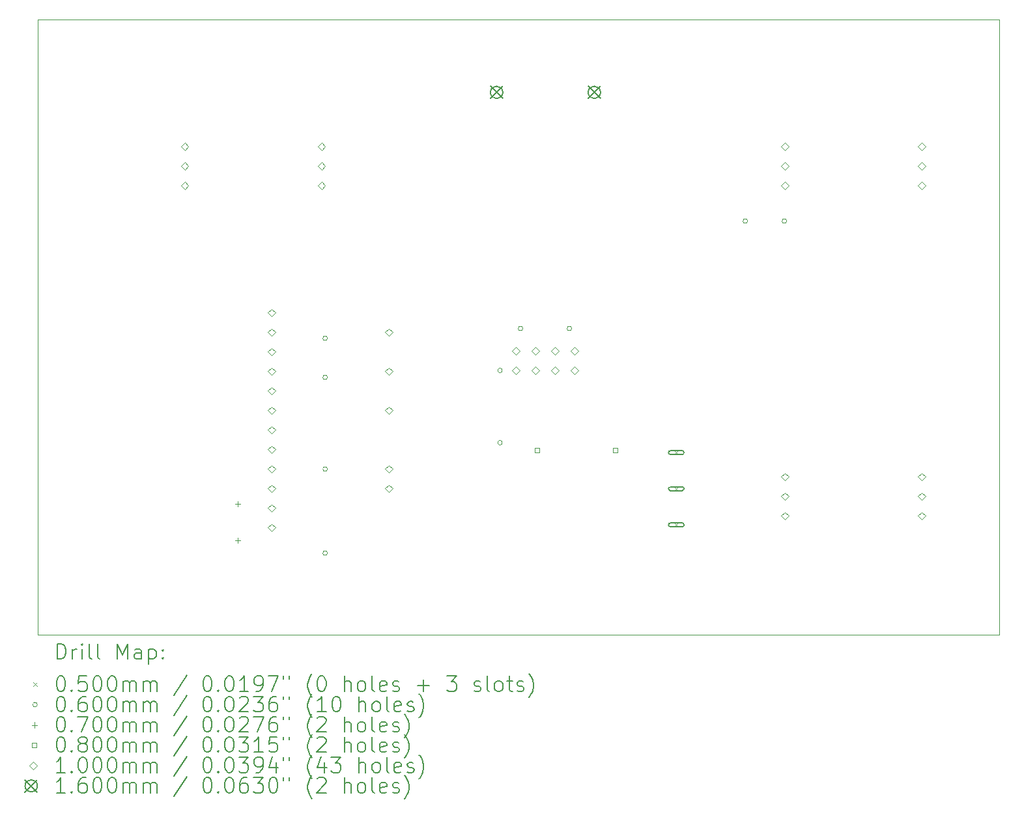
<source format=gbr>
%TF.GenerationSoftware,KiCad,Pcbnew,6.0.11+dfsg-1*%
%TF.CreationDate,2024-04-17T23:54:50+03:00*%
%TF.ProjectId,remote,72656d6f-7465-42e6-9b69-6361645f7063,rev?*%
%TF.SameCoordinates,Original*%
%TF.FileFunction,Drillmap*%
%TF.FilePolarity,Positive*%
%FSLAX45Y45*%
G04 Gerber Fmt 4.5, Leading zero omitted, Abs format (unit mm)*
G04 Created by KiCad (PCBNEW 6.0.11+dfsg-1) date 2024-04-17 23:54:50*
%MOMM*%
%LPD*%
G01*
G04 APERTURE LIST*
%ADD10C,0.100000*%
%ADD11C,0.200000*%
%ADD12C,0.050000*%
%ADD13C,0.060000*%
%ADD14C,0.070000*%
%ADD15C,0.080000*%
%ADD16C,0.160000*%
G04 APERTURE END LIST*
D10*
X4900000Y-9700000D02*
X17400000Y-9700000D01*
X17400000Y-9700000D02*
X17400000Y-17700000D01*
X17400000Y-17700000D02*
X4900000Y-17700000D01*
X4900000Y-17700000D02*
X4900000Y-9700000D01*
D11*
D12*
X13175000Y-15305000D02*
X13225000Y-15355000D01*
X13225000Y-15305000D02*
X13175000Y-15355000D01*
D11*
X13275000Y-15305000D02*
X13125000Y-15305000D01*
X13275000Y-15355000D02*
X13125000Y-15355000D01*
X13125000Y-15305000D02*
G75*
G03*
X13125000Y-15355000I0J-25000D01*
G01*
X13275000Y-15355000D02*
G75*
G03*
X13275000Y-15305000I0J25000D01*
G01*
D12*
X13175000Y-15775000D02*
X13225000Y-15825000D01*
X13225000Y-15775000D02*
X13175000Y-15825000D01*
D11*
X13275000Y-15775000D02*
X13125000Y-15775000D01*
X13275000Y-15825000D02*
X13125000Y-15825000D01*
X13125000Y-15775000D02*
G75*
G03*
X13125000Y-15825000I0J-25000D01*
G01*
X13275000Y-15825000D02*
G75*
G03*
X13275000Y-15775000I0J25000D01*
G01*
D12*
X13175000Y-16245000D02*
X13225000Y-16295000D01*
X13225000Y-16245000D02*
X13175000Y-16295000D01*
D11*
X13275000Y-16245000D02*
X13125000Y-16245000D01*
X13275000Y-16295000D02*
X13125000Y-16295000D01*
X13125000Y-16245000D02*
G75*
G03*
X13125000Y-16295000I0J-25000D01*
G01*
X13275000Y-16295000D02*
G75*
G03*
X13275000Y-16245000I0J25000D01*
G01*
D13*
X8666000Y-13843000D02*
G75*
G03*
X8666000Y-13843000I-30000J0D01*
G01*
X8666000Y-14351000D02*
G75*
G03*
X8666000Y-14351000I-30000J0D01*
G01*
X8666000Y-15544500D02*
G75*
G03*
X8666000Y-15544500I-30000J0D01*
G01*
X8666000Y-16637000D02*
G75*
G03*
X8666000Y-16637000I-30000J0D01*
G01*
X10939300Y-14262100D02*
G75*
G03*
X10939300Y-14262100I-30000J0D01*
G01*
X10939300Y-15201900D02*
G75*
G03*
X10939300Y-15201900I-30000J0D01*
G01*
X11206000Y-13716000D02*
G75*
G03*
X11206000Y-13716000I-30000J0D01*
G01*
X11841000Y-13716000D02*
G75*
G03*
X11841000Y-13716000I-30000J0D01*
G01*
X14127000Y-12319000D02*
G75*
G03*
X14127000Y-12319000I-30000J0D01*
G01*
X14635000Y-12319000D02*
G75*
G03*
X14635000Y-12319000I-30000J0D01*
G01*
D14*
X7500000Y-15965000D02*
X7500000Y-16035000D01*
X7465000Y-16000000D02*
X7535000Y-16000000D01*
X7500000Y-16438000D02*
X7500000Y-16508000D01*
X7465000Y-16473000D02*
X7535000Y-16473000D01*
D15*
X11420284Y-15328284D02*
X11420284Y-15271715D01*
X11363715Y-15271715D01*
X11363715Y-15328284D01*
X11420284Y-15328284D01*
X12436284Y-15328284D02*
X12436284Y-15271715D01*
X12379715Y-15271715D01*
X12379715Y-15328284D01*
X12436284Y-15328284D01*
D10*
X6811000Y-11396000D02*
X6861000Y-11346000D01*
X6811000Y-11296000D01*
X6761000Y-11346000D01*
X6811000Y-11396000D01*
X6811000Y-11650000D02*
X6861000Y-11600000D01*
X6811000Y-11550000D01*
X6761000Y-11600000D01*
X6811000Y-11650000D01*
X6811000Y-11904000D02*
X6861000Y-11854000D01*
X6811000Y-11804000D01*
X6761000Y-11854000D01*
X6811000Y-11904000D01*
X7938000Y-13562500D02*
X7988000Y-13512500D01*
X7938000Y-13462500D01*
X7888000Y-13512500D01*
X7938000Y-13562500D01*
X7938000Y-13816500D02*
X7988000Y-13766500D01*
X7938000Y-13716500D01*
X7888000Y-13766500D01*
X7938000Y-13816500D01*
X7938000Y-14070500D02*
X7988000Y-14020500D01*
X7938000Y-13970500D01*
X7888000Y-14020500D01*
X7938000Y-14070500D01*
X7938000Y-14324500D02*
X7988000Y-14274500D01*
X7938000Y-14224500D01*
X7888000Y-14274500D01*
X7938000Y-14324500D01*
X7938000Y-14578500D02*
X7988000Y-14528500D01*
X7938000Y-14478500D01*
X7888000Y-14528500D01*
X7938000Y-14578500D01*
X7938000Y-14832500D02*
X7988000Y-14782500D01*
X7938000Y-14732500D01*
X7888000Y-14782500D01*
X7938000Y-14832500D01*
X7938000Y-15086500D02*
X7988000Y-15036500D01*
X7938000Y-14986500D01*
X7888000Y-15036500D01*
X7938000Y-15086500D01*
X7938000Y-15340500D02*
X7988000Y-15290500D01*
X7938000Y-15240500D01*
X7888000Y-15290500D01*
X7938000Y-15340500D01*
X7938000Y-15594500D02*
X7988000Y-15544500D01*
X7938000Y-15494500D01*
X7888000Y-15544500D01*
X7938000Y-15594500D01*
X7938000Y-15848500D02*
X7988000Y-15798500D01*
X7938000Y-15748500D01*
X7888000Y-15798500D01*
X7938000Y-15848500D01*
X7938000Y-16102500D02*
X7988000Y-16052500D01*
X7938000Y-16002500D01*
X7888000Y-16052500D01*
X7938000Y-16102500D01*
X7938000Y-16356500D02*
X7988000Y-16306500D01*
X7938000Y-16256500D01*
X7888000Y-16306500D01*
X7938000Y-16356500D01*
X8589000Y-11396000D02*
X8639000Y-11346000D01*
X8589000Y-11296000D01*
X8539000Y-11346000D01*
X8589000Y-11396000D01*
X8589000Y-11650000D02*
X8639000Y-11600000D01*
X8589000Y-11550000D01*
X8539000Y-11600000D01*
X8589000Y-11650000D01*
X8589000Y-11904000D02*
X8639000Y-11854000D01*
X8589000Y-11804000D01*
X8539000Y-11854000D01*
X8589000Y-11904000D01*
X9462000Y-13816500D02*
X9512000Y-13766500D01*
X9462000Y-13716500D01*
X9412000Y-13766500D01*
X9462000Y-13816500D01*
X9462000Y-14324500D02*
X9512000Y-14274500D01*
X9462000Y-14224500D01*
X9412000Y-14274500D01*
X9462000Y-14324500D01*
X9462000Y-14832500D02*
X9512000Y-14782500D01*
X9462000Y-14732500D01*
X9412000Y-14782500D01*
X9462000Y-14832500D01*
X9462000Y-15594500D02*
X9512000Y-15544500D01*
X9462000Y-15494500D01*
X9412000Y-15544500D01*
X9462000Y-15594500D01*
X9462000Y-15848500D02*
X9512000Y-15798500D01*
X9462000Y-15748500D01*
X9412000Y-15798500D01*
X9462000Y-15848500D01*
X11119000Y-14058750D02*
X11169000Y-14008750D01*
X11119000Y-13958750D01*
X11069000Y-14008750D01*
X11119000Y-14058750D01*
X11119000Y-14312750D02*
X11169000Y-14262750D01*
X11119000Y-14212750D01*
X11069000Y-14262750D01*
X11119000Y-14312750D01*
X11373000Y-14058750D02*
X11423000Y-14008750D01*
X11373000Y-13958750D01*
X11323000Y-14008750D01*
X11373000Y-14058750D01*
X11373000Y-14312750D02*
X11423000Y-14262750D01*
X11373000Y-14212750D01*
X11323000Y-14262750D01*
X11373000Y-14312750D01*
X11627000Y-14058750D02*
X11677000Y-14008750D01*
X11627000Y-13958750D01*
X11577000Y-14008750D01*
X11627000Y-14058750D01*
X11627000Y-14312750D02*
X11677000Y-14262750D01*
X11627000Y-14212750D01*
X11577000Y-14262750D01*
X11627000Y-14312750D01*
X11881000Y-14058750D02*
X11931000Y-14008750D01*
X11881000Y-13958750D01*
X11831000Y-14008750D01*
X11881000Y-14058750D01*
X11881000Y-14312750D02*
X11931000Y-14262750D01*
X11881000Y-14212750D01*
X11831000Y-14262750D01*
X11881000Y-14312750D01*
X14611000Y-11396000D02*
X14661000Y-11346000D01*
X14611000Y-11296000D01*
X14561000Y-11346000D01*
X14611000Y-11396000D01*
X14611000Y-11650000D02*
X14661000Y-11600000D01*
X14611000Y-11550000D01*
X14561000Y-11600000D01*
X14611000Y-11650000D01*
X14611000Y-11904000D02*
X14661000Y-11854000D01*
X14611000Y-11804000D01*
X14561000Y-11854000D01*
X14611000Y-11904000D01*
X14611000Y-15696000D02*
X14661000Y-15646000D01*
X14611000Y-15596000D01*
X14561000Y-15646000D01*
X14611000Y-15696000D01*
X14611000Y-15950000D02*
X14661000Y-15900000D01*
X14611000Y-15850000D01*
X14561000Y-15900000D01*
X14611000Y-15950000D01*
X14611000Y-16204000D02*
X14661000Y-16154000D01*
X14611000Y-16104000D01*
X14561000Y-16154000D01*
X14611000Y-16204000D01*
X16389000Y-11396000D02*
X16439000Y-11346000D01*
X16389000Y-11296000D01*
X16339000Y-11346000D01*
X16389000Y-11396000D01*
X16389000Y-11650000D02*
X16439000Y-11600000D01*
X16389000Y-11550000D01*
X16339000Y-11600000D01*
X16389000Y-11650000D01*
X16389000Y-11904000D02*
X16439000Y-11854000D01*
X16389000Y-11804000D01*
X16339000Y-11854000D01*
X16389000Y-11904000D01*
X16389000Y-15696000D02*
X16439000Y-15646000D01*
X16389000Y-15596000D01*
X16339000Y-15646000D01*
X16389000Y-15696000D01*
X16389000Y-15950000D02*
X16439000Y-15900000D01*
X16389000Y-15850000D01*
X16339000Y-15900000D01*
X16389000Y-15950000D01*
X16389000Y-16204000D02*
X16439000Y-16154000D01*
X16389000Y-16104000D01*
X16339000Y-16154000D01*
X16389000Y-16204000D01*
D16*
X10785000Y-10565250D02*
X10945000Y-10725250D01*
X10945000Y-10565250D02*
X10785000Y-10725250D01*
X10945000Y-10645250D02*
G75*
G03*
X10945000Y-10645250I-80000J0D01*
G01*
X12055000Y-10565250D02*
X12215000Y-10725250D01*
X12215000Y-10565250D02*
X12055000Y-10725250D01*
X12215000Y-10645250D02*
G75*
G03*
X12215000Y-10645250I-80000J0D01*
G01*
D11*
X5152619Y-18015476D02*
X5152619Y-17815476D01*
X5200238Y-17815476D01*
X5228810Y-17825000D01*
X5247857Y-17844048D01*
X5257381Y-17863095D01*
X5266905Y-17901190D01*
X5266905Y-17929762D01*
X5257381Y-17967857D01*
X5247857Y-17986905D01*
X5228810Y-18005952D01*
X5200238Y-18015476D01*
X5152619Y-18015476D01*
X5352619Y-18015476D02*
X5352619Y-17882143D01*
X5352619Y-17920238D02*
X5362143Y-17901190D01*
X5371667Y-17891667D01*
X5390714Y-17882143D01*
X5409762Y-17882143D01*
X5476429Y-18015476D02*
X5476429Y-17882143D01*
X5476429Y-17815476D02*
X5466905Y-17825000D01*
X5476429Y-17834524D01*
X5485952Y-17825000D01*
X5476429Y-17815476D01*
X5476429Y-17834524D01*
X5600238Y-18015476D02*
X5581190Y-18005952D01*
X5571667Y-17986905D01*
X5571667Y-17815476D01*
X5705000Y-18015476D02*
X5685952Y-18005952D01*
X5676428Y-17986905D01*
X5676428Y-17815476D01*
X5933571Y-18015476D02*
X5933571Y-17815476D01*
X6000238Y-17958333D01*
X6066905Y-17815476D01*
X6066905Y-18015476D01*
X6247857Y-18015476D02*
X6247857Y-17910714D01*
X6238333Y-17891667D01*
X6219286Y-17882143D01*
X6181190Y-17882143D01*
X6162143Y-17891667D01*
X6247857Y-18005952D02*
X6228809Y-18015476D01*
X6181190Y-18015476D01*
X6162143Y-18005952D01*
X6152619Y-17986905D01*
X6152619Y-17967857D01*
X6162143Y-17948810D01*
X6181190Y-17939286D01*
X6228809Y-17939286D01*
X6247857Y-17929762D01*
X6343095Y-17882143D02*
X6343095Y-18082143D01*
X6343095Y-17891667D02*
X6362143Y-17882143D01*
X6400238Y-17882143D01*
X6419286Y-17891667D01*
X6428809Y-17901190D01*
X6438333Y-17920238D01*
X6438333Y-17977381D01*
X6428809Y-17996429D01*
X6419286Y-18005952D01*
X6400238Y-18015476D01*
X6362143Y-18015476D01*
X6343095Y-18005952D01*
X6524048Y-17996429D02*
X6533571Y-18005952D01*
X6524048Y-18015476D01*
X6514524Y-18005952D01*
X6524048Y-17996429D01*
X6524048Y-18015476D01*
X6524048Y-17891667D02*
X6533571Y-17901190D01*
X6524048Y-17910714D01*
X6514524Y-17901190D01*
X6524048Y-17891667D01*
X6524048Y-17910714D01*
D12*
X4845000Y-18320000D02*
X4895000Y-18370000D01*
X4895000Y-18320000D02*
X4845000Y-18370000D01*
D11*
X5190714Y-18235476D02*
X5209762Y-18235476D01*
X5228810Y-18245000D01*
X5238333Y-18254524D01*
X5247857Y-18273571D01*
X5257381Y-18311667D01*
X5257381Y-18359286D01*
X5247857Y-18397381D01*
X5238333Y-18416429D01*
X5228810Y-18425952D01*
X5209762Y-18435476D01*
X5190714Y-18435476D01*
X5171667Y-18425952D01*
X5162143Y-18416429D01*
X5152619Y-18397381D01*
X5143095Y-18359286D01*
X5143095Y-18311667D01*
X5152619Y-18273571D01*
X5162143Y-18254524D01*
X5171667Y-18245000D01*
X5190714Y-18235476D01*
X5343095Y-18416429D02*
X5352619Y-18425952D01*
X5343095Y-18435476D01*
X5333571Y-18425952D01*
X5343095Y-18416429D01*
X5343095Y-18435476D01*
X5533571Y-18235476D02*
X5438333Y-18235476D01*
X5428810Y-18330714D01*
X5438333Y-18321190D01*
X5457381Y-18311667D01*
X5505000Y-18311667D01*
X5524048Y-18321190D01*
X5533571Y-18330714D01*
X5543095Y-18349762D01*
X5543095Y-18397381D01*
X5533571Y-18416429D01*
X5524048Y-18425952D01*
X5505000Y-18435476D01*
X5457381Y-18435476D01*
X5438333Y-18425952D01*
X5428810Y-18416429D01*
X5666905Y-18235476D02*
X5685952Y-18235476D01*
X5705000Y-18245000D01*
X5714524Y-18254524D01*
X5724048Y-18273571D01*
X5733571Y-18311667D01*
X5733571Y-18359286D01*
X5724048Y-18397381D01*
X5714524Y-18416429D01*
X5705000Y-18425952D01*
X5685952Y-18435476D01*
X5666905Y-18435476D01*
X5647857Y-18425952D01*
X5638333Y-18416429D01*
X5628809Y-18397381D01*
X5619286Y-18359286D01*
X5619286Y-18311667D01*
X5628809Y-18273571D01*
X5638333Y-18254524D01*
X5647857Y-18245000D01*
X5666905Y-18235476D01*
X5857381Y-18235476D02*
X5876428Y-18235476D01*
X5895476Y-18245000D01*
X5905000Y-18254524D01*
X5914524Y-18273571D01*
X5924048Y-18311667D01*
X5924048Y-18359286D01*
X5914524Y-18397381D01*
X5905000Y-18416429D01*
X5895476Y-18425952D01*
X5876428Y-18435476D01*
X5857381Y-18435476D01*
X5838333Y-18425952D01*
X5828809Y-18416429D01*
X5819286Y-18397381D01*
X5809762Y-18359286D01*
X5809762Y-18311667D01*
X5819286Y-18273571D01*
X5828809Y-18254524D01*
X5838333Y-18245000D01*
X5857381Y-18235476D01*
X6009762Y-18435476D02*
X6009762Y-18302143D01*
X6009762Y-18321190D02*
X6019286Y-18311667D01*
X6038333Y-18302143D01*
X6066905Y-18302143D01*
X6085952Y-18311667D01*
X6095476Y-18330714D01*
X6095476Y-18435476D01*
X6095476Y-18330714D02*
X6105000Y-18311667D01*
X6124048Y-18302143D01*
X6152619Y-18302143D01*
X6171667Y-18311667D01*
X6181190Y-18330714D01*
X6181190Y-18435476D01*
X6276428Y-18435476D02*
X6276428Y-18302143D01*
X6276428Y-18321190D02*
X6285952Y-18311667D01*
X6305000Y-18302143D01*
X6333571Y-18302143D01*
X6352619Y-18311667D01*
X6362143Y-18330714D01*
X6362143Y-18435476D01*
X6362143Y-18330714D02*
X6371667Y-18311667D01*
X6390714Y-18302143D01*
X6419286Y-18302143D01*
X6438333Y-18311667D01*
X6447857Y-18330714D01*
X6447857Y-18435476D01*
X6838333Y-18225952D02*
X6666905Y-18483095D01*
X7095476Y-18235476D02*
X7114524Y-18235476D01*
X7133571Y-18245000D01*
X7143095Y-18254524D01*
X7152619Y-18273571D01*
X7162143Y-18311667D01*
X7162143Y-18359286D01*
X7152619Y-18397381D01*
X7143095Y-18416429D01*
X7133571Y-18425952D01*
X7114524Y-18435476D01*
X7095476Y-18435476D01*
X7076428Y-18425952D01*
X7066905Y-18416429D01*
X7057381Y-18397381D01*
X7047857Y-18359286D01*
X7047857Y-18311667D01*
X7057381Y-18273571D01*
X7066905Y-18254524D01*
X7076428Y-18245000D01*
X7095476Y-18235476D01*
X7247857Y-18416429D02*
X7257381Y-18425952D01*
X7247857Y-18435476D01*
X7238333Y-18425952D01*
X7247857Y-18416429D01*
X7247857Y-18435476D01*
X7381190Y-18235476D02*
X7400238Y-18235476D01*
X7419286Y-18245000D01*
X7428809Y-18254524D01*
X7438333Y-18273571D01*
X7447857Y-18311667D01*
X7447857Y-18359286D01*
X7438333Y-18397381D01*
X7428809Y-18416429D01*
X7419286Y-18425952D01*
X7400238Y-18435476D01*
X7381190Y-18435476D01*
X7362143Y-18425952D01*
X7352619Y-18416429D01*
X7343095Y-18397381D01*
X7333571Y-18359286D01*
X7333571Y-18311667D01*
X7343095Y-18273571D01*
X7352619Y-18254524D01*
X7362143Y-18245000D01*
X7381190Y-18235476D01*
X7638333Y-18435476D02*
X7524048Y-18435476D01*
X7581190Y-18435476D02*
X7581190Y-18235476D01*
X7562143Y-18264048D01*
X7543095Y-18283095D01*
X7524048Y-18292619D01*
X7733571Y-18435476D02*
X7771667Y-18435476D01*
X7790714Y-18425952D01*
X7800238Y-18416429D01*
X7819286Y-18387857D01*
X7828809Y-18349762D01*
X7828809Y-18273571D01*
X7819286Y-18254524D01*
X7809762Y-18245000D01*
X7790714Y-18235476D01*
X7752619Y-18235476D01*
X7733571Y-18245000D01*
X7724048Y-18254524D01*
X7714524Y-18273571D01*
X7714524Y-18321190D01*
X7724048Y-18340238D01*
X7733571Y-18349762D01*
X7752619Y-18359286D01*
X7790714Y-18359286D01*
X7809762Y-18349762D01*
X7819286Y-18340238D01*
X7828809Y-18321190D01*
X7895476Y-18235476D02*
X8028809Y-18235476D01*
X7943095Y-18435476D01*
X8095476Y-18235476D02*
X8095476Y-18273571D01*
X8171667Y-18235476D02*
X8171667Y-18273571D01*
X8466905Y-18511667D02*
X8457381Y-18502143D01*
X8438333Y-18473571D01*
X8428810Y-18454524D01*
X8419286Y-18425952D01*
X8409762Y-18378333D01*
X8409762Y-18340238D01*
X8419286Y-18292619D01*
X8428810Y-18264048D01*
X8438333Y-18245000D01*
X8457381Y-18216429D01*
X8466905Y-18206905D01*
X8581190Y-18235476D02*
X8600238Y-18235476D01*
X8619286Y-18245000D01*
X8628810Y-18254524D01*
X8638333Y-18273571D01*
X8647857Y-18311667D01*
X8647857Y-18359286D01*
X8638333Y-18397381D01*
X8628810Y-18416429D01*
X8619286Y-18425952D01*
X8600238Y-18435476D01*
X8581190Y-18435476D01*
X8562143Y-18425952D01*
X8552619Y-18416429D01*
X8543095Y-18397381D01*
X8533571Y-18359286D01*
X8533571Y-18311667D01*
X8543095Y-18273571D01*
X8552619Y-18254524D01*
X8562143Y-18245000D01*
X8581190Y-18235476D01*
X8885952Y-18435476D02*
X8885952Y-18235476D01*
X8971667Y-18435476D02*
X8971667Y-18330714D01*
X8962143Y-18311667D01*
X8943095Y-18302143D01*
X8914524Y-18302143D01*
X8895476Y-18311667D01*
X8885952Y-18321190D01*
X9095476Y-18435476D02*
X9076429Y-18425952D01*
X9066905Y-18416429D01*
X9057381Y-18397381D01*
X9057381Y-18340238D01*
X9066905Y-18321190D01*
X9076429Y-18311667D01*
X9095476Y-18302143D01*
X9124048Y-18302143D01*
X9143095Y-18311667D01*
X9152619Y-18321190D01*
X9162143Y-18340238D01*
X9162143Y-18397381D01*
X9152619Y-18416429D01*
X9143095Y-18425952D01*
X9124048Y-18435476D01*
X9095476Y-18435476D01*
X9276429Y-18435476D02*
X9257381Y-18425952D01*
X9247857Y-18406905D01*
X9247857Y-18235476D01*
X9428810Y-18425952D02*
X9409762Y-18435476D01*
X9371667Y-18435476D01*
X9352619Y-18425952D01*
X9343095Y-18406905D01*
X9343095Y-18330714D01*
X9352619Y-18311667D01*
X9371667Y-18302143D01*
X9409762Y-18302143D01*
X9428810Y-18311667D01*
X9438333Y-18330714D01*
X9438333Y-18349762D01*
X9343095Y-18368810D01*
X9514524Y-18425952D02*
X9533571Y-18435476D01*
X9571667Y-18435476D01*
X9590714Y-18425952D01*
X9600238Y-18406905D01*
X9600238Y-18397381D01*
X9590714Y-18378333D01*
X9571667Y-18368810D01*
X9543095Y-18368810D01*
X9524048Y-18359286D01*
X9514524Y-18340238D01*
X9514524Y-18330714D01*
X9524048Y-18311667D01*
X9543095Y-18302143D01*
X9571667Y-18302143D01*
X9590714Y-18311667D01*
X9838333Y-18359286D02*
X9990714Y-18359286D01*
X9914524Y-18435476D02*
X9914524Y-18283095D01*
X10219286Y-18235476D02*
X10343095Y-18235476D01*
X10276429Y-18311667D01*
X10305000Y-18311667D01*
X10324048Y-18321190D01*
X10333571Y-18330714D01*
X10343095Y-18349762D01*
X10343095Y-18397381D01*
X10333571Y-18416429D01*
X10324048Y-18425952D01*
X10305000Y-18435476D01*
X10247857Y-18435476D01*
X10228810Y-18425952D01*
X10219286Y-18416429D01*
X10571667Y-18425952D02*
X10590714Y-18435476D01*
X10628810Y-18435476D01*
X10647857Y-18425952D01*
X10657381Y-18406905D01*
X10657381Y-18397381D01*
X10647857Y-18378333D01*
X10628810Y-18368810D01*
X10600238Y-18368810D01*
X10581190Y-18359286D01*
X10571667Y-18340238D01*
X10571667Y-18330714D01*
X10581190Y-18311667D01*
X10600238Y-18302143D01*
X10628810Y-18302143D01*
X10647857Y-18311667D01*
X10771667Y-18435476D02*
X10752619Y-18425952D01*
X10743095Y-18406905D01*
X10743095Y-18235476D01*
X10876429Y-18435476D02*
X10857381Y-18425952D01*
X10847857Y-18416429D01*
X10838333Y-18397381D01*
X10838333Y-18340238D01*
X10847857Y-18321190D01*
X10857381Y-18311667D01*
X10876429Y-18302143D01*
X10905000Y-18302143D01*
X10924048Y-18311667D01*
X10933571Y-18321190D01*
X10943095Y-18340238D01*
X10943095Y-18397381D01*
X10933571Y-18416429D01*
X10924048Y-18425952D01*
X10905000Y-18435476D01*
X10876429Y-18435476D01*
X11000238Y-18302143D02*
X11076429Y-18302143D01*
X11028810Y-18235476D02*
X11028810Y-18406905D01*
X11038333Y-18425952D01*
X11057381Y-18435476D01*
X11076429Y-18435476D01*
X11133571Y-18425952D02*
X11152619Y-18435476D01*
X11190714Y-18435476D01*
X11209762Y-18425952D01*
X11219286Y-18406905D01*
X11219286Y-18397381D01*
X11209762Y-18378333D01*
X11190714Y-18368810D01*
X11162143Y-18368810D01*
X11143095Y-18359286D01*
X11133571Y-18340238D01*
X11133571Y-18330714D01*
X11143095Y-18311667D01*
X11162143Y-18302143D01*
X11190714Y-18302143D01*
X11209762Y-18311667D01*
X11285952Y-18511667D02*
X11295476Y-18502143D01*
X11314524Y-18473571D01*
X11324048Y-18454524D01*
X11333571Y-18425952D01*
X11343095Y-18378333D01*
X11343095Y-18340238D01*
X11333571Y-18292619D01*
X11324048Y-18264048D01*
X11314524Y-18245000D01*
X11295476Y-18216429D01*
X11285952Y-18206905D01*
D13*
X4895000Y-18609000D02*
G75*
G03*
X4895000Y-18609000I-30000J0D01*
G01*
D11*
X5190714Y-18499476D02*
X5209762Y-18499476D01*
X5228810Y-18509000D01*
X5238333Y-18518524D01*
X5247857Y-18537571D01*
X5257381Y-18575667D01*
X5257381Y-18623286D01*
X5247857Y-18661381D01*
X5238333Y-18680429D01*
X5228810Y-18689952D01*
X5209762Y-18699476D01*
X5190714Y-18699476D01*
X5171667Y-18689952D01*
X5162143Y-18680429D01*
X5152619Y-18661381D01*
X5143095Y-18623286D01*
X5143095Y-18575667D01*
X5152619Y-18537571D01*
X5162143Y-18518524D01*
X5171667Y-18509000D01*
X5190714Y-18499476D01*
X5343095Y-18680429D02*
X5352619Y-18689952D01*
X5343095Y-18699476D01*
X5333571Y-18689952D01*
X5343095Y-18680429D01*
X5343095Y-18699476D01*
X5524048Y-18499476D02*
X5485952Y-18499476D01*
X5466905Y-18509000D01*
X5457381Y-18518524D01*
X5438333Y-18547095D01*
X5428810Y-18585190D01*
X5428810Y-18661381D01*
X5438333Y-18680429D01*
X5447857Y-18689952D01*
X5466905Y-18699476D01*
X5505000Y-18699476D01*
X5524048Y-18689952D01*
X5533571Y-18680429D01*
X5543095Y-18661381D01*
X5543095Y-18613762D01*
X5533571Y-18594714D01*
X5524048Y-18585190D01*
X5505000Y-18575667D01*
X5466905Y-18575667D01*
X5447857Y-18585190D01*
X5438333Y-18594714D01*
X5428810Y-18613762D01*
X5666905Y-18499476D02*
X5685952Y-18499476D01*
X5705000Y-18509000D01*
X5714524Y-18518524D01*
X5724048Y-18537571D01*
X5733571Y-18575667D01*
X5733571Y-18623286D01*
X5724048Y-18661381D01*
X5714524Y-18680429D01*
X5705000Y-18689952D01*
X5685952Y-18699476D01*
X5666905Y-18699476D01*
X5647857Y-18689952D01*
X5638333Y-18680429D01*
X5628809Y-18661381D01*
X5619286Y-18623286D01*
X5619286Y-18575667D01*
X5628809Y-18537571D01*
X5638333Y-18518524D01*
X5647857Y-18509000D01*
X5666905Y-18499476D01*
X5857381Y-18499476D02*
X5876428Y-18499476D01*
X5895476Y-18509000D01*
X5905000Y-18518524D01*
X5914524Y-18537571D01*
X5924048Y-18575667D01*
X5924048Y-18623286D01*
X5914524Y-18661381D01*
X5905000Y-18680429D01*
X5895476Y-18689952D01*
X5876428Y-18699476D01*
X5857381Y-18699476D01*
X5838333Y-18689952D01*
X5828809Y-18680429D01*
X5819286Y-18661381D01*
X5809762Y-18623286D01*
X5809762Y-18575667D01*
X5819286Y-18537571D01*
X5828809Y-18518524D01*
X5838333Y-18509000D01*
X5857381Y-18499476D01*
X6009762Y-18699476D02*
X6009762Y-18566143D01*
X6009762Y-18585190D02*
X6019286Y-18575667D01*
X6038333Y-18566143D01*
X6066905Y-18566143D01*
X6085952Y-18575667D01*
X6095476Y-18594714D01*
X6095476Y-18699476D01*
X6095476Y-18594714D02*
X6105000Y-18575667D01*
X6124048Y-18566143D01*
X6152619Y-18566143D01*
X6171667Y-18575667D01*
X6181190Y-18594714D01*
X6181190Y-18699476D01*
X6276428Y-18699476D02*
X6276428Y-18566143D01*
X6276428Y-18585190D02*
X6285952Y-18575667D01*
X6305000Y-18566143D01*
X6333571Y-18566143D01*
X6352619Y-18575667D01*
X6362143Y-18594714D01*
X6362143Y-18699476D01*
X6362143Y-18594714D02*
X6371667Y-18575667D01*
X6390714Y-18566143D01*
X6419286Y-18566143D01*
X6438333Y-18575667D01*
X6447857Y-18594714D01*
X6447857Y-18699476D01*
X6838333Y-18489952D02*
X6666905Y-18747095D01*
X7095476Y-18499476D02*
X7114524Y-18499476D01*
X7133571Y-18509000D01*
X7143095Y-18518524D01*
X7152619Y-18537571D01*
X7162143Y-18575667D01*
X7162143Y-18623286D01*
X7152619Y-18661381D01*
X7143095Y-18680429D01*
X7133571Y-18689952D01*
X7114524Y-18699476D01*
X7095476Y-18699476D01*
X7076428Y-18689952D01*
X7066905Y-18680429D01*
X7057381Y-18661381D01*
X7047857Y-18623286D01*
X7047857Y-18575667D01*
X7057381Y-18537571D01*
X7066905Y-18518524D01*
X7076428Y-18509000D01*
X7095476Y-18499476D01*
X7247857Y-18680429D02*
X7257381Y-18689952D01*
X7247857Y-18699476D01*
X7238333Y-18689952D01*
X7247857Y-18680429D01*
X7247857Y-18699476D01*
X7381190Y-18499476D02*
X7400238Y-18499476D01*
X7419286Y-18509000D01*
X7428809Y-18518524D01*
X7438333Y-18537571D01*
X7447857Y-18575667D01*
X7447857Y-18623286D01*
X7438333Y-18661381D01*
X7428809Y-18680429D01*
X7419286Y-18689952D01*
X7400238Y-18699476D01*
X7381190Y-18699476D01*
X7362143Y-18689952D01*
X7352619Y-18680429D01*
X7343095Y-18661381D01*
X7333571Y-18623286D01*
X7333571Y-18575667D01*
X7343095Y-18537571D01*
X7352619Y-18518524D01*
X7362143Y-18509000D01*
X7381190Y-18499476D01*
X7524048Y-18518524D02*
X7533571Y-18509000D01*
X7552619Y-18499476D01*
X7600238Y-18499476D01*
X7619286Y-18509000D01*
X7628809Y-18518524D01*
X7638333Y-18537571D01*
X7638333Y-18556619D01*
X7628809Y-18585190D01*
X7514524Y-18699476D01*
X7638333Y-18699476D01*
X7705000Y-18499476D02*
X7828809Y-18499476D01*
X7762143Y-18575667D01*
X7790714Y-18575667D01*
X7809762Y-18585190D01*
X7819286Y-18594714D01*
X7828809Y-18613762D01*
X7828809Y-18661381D01*
X7819286Y-18680429D01*
X7809762Y-18689952D01*
X7790714Y-18699476D01*
X7733571Y-18699476D01*
X7714524Y-18689952D01*
X7705000Y-18680429D01*
X8000238Y-18499476D02*
X7962143Y-18499476D01*
X7943095Y-18509000D01*
X7933571Y-18518524D01*
X7914524Y-18547095D01*
X7905000Y-18585190D01*
X7905000Y-18661381D01*
X7914524Y-18680429D01*
X7924048Y-18689952D01*
X7943095Y-18699476D01*
X7981190Y-18699476D01*
X8000238Y-18689952D01*
X8009762Y-18680429D01*
X8019286Y-18661381D01*
X8019286Y-18613762D01*
X8009762Y-18594714D01*
X8000238Y-18585190D01*
X7981190Y-18575667D01*
X7943095Y-18575667D01*
X7924048Y-18585190D01*
X7914524Y-18594714D01*
X7905000Y-18613762D01*
X8095476Y-18499476D02*
X8095476Y-18537571D01*
X8171667Y-18499476D02*
X8171667Y-18537571D01*
X8466905Y-18775667D02*
X8457381Y-18766143D01*
X8438333Y-18737571D01*
X8428810Y-18718524D01*
X8419286Y-18689952D01*
X8409762Y-18642333D01*
X8409762Y-18604238D01*
X8419286Y-18556619D01*
X8428810Y-18528048D01*
X8438333Y-18509000D01*
X8457381Y-18480429D01*
X8466905Y-18470905D01*
X8647857Y-18699476D02*
X8533571Y-18699476D01*
X8590714Y-18699476D02*
X8590714Y-18499476D01*
X8571667Y-18528048D01*
X8552619Y-18547095D01*
X8533571Y-18556619D01*
X8771667Y-18499476D02*
X8790714Y-18499476D01*
X8809762Y-18509000D01*
X8819286Y-18518524D01*
X8828810Y-18537571D01*
X8838333Y-18575667D01*
X8838333Y-18623286D01*
X8828810Y-18661381D01*
X8819286Y-18680429D01*
X8809762Y-18689952D01*
X8790714Y-18699476D01*
X8771667Y-18699476D01*
X8752619Y-18689952D01*
X8743095Y-18680429D01*
X8733571Y-18661381D01*
X8724048Y-18623286D01*
X8724048Y-18575667D01*
X8733571Y-18537571D01*
X8743095Y-18518524D01*
X8752619Y-18509000D01*
X8771667Y-18499476D01*
X9076429Y-18699476D02*
X9076429Y-18499476D01*
X9162143Y-18699476D02*
X9162143Y-18594714D01*
X9152619Y-18575667D01*
X9133571Y-18566143D01*
X9105000Y-18566143D01*
X9085952Y-18575667D01*
X9076429Y-18585190D01*
X9285952Y-18699476D02*
X9266905Y-18689952D01*
X9257381Y-18680429D01*
X9247857Y-18661381D01*
X9247857Y-18604238D01*
X9257381Y-18585190D01*
X9266905Y-18575667D01*
X9285952Y-18566143D01*
X9314524Y-18566143D01*
X9333571Y-18575667D01*
X9343095Y-18585190D01*
X9352619Y-18604238D01*
X9352619Y-18661381D01*
X9343095Y-18680429D01*
X9333571Y-18689952D01*
X9314524Y-18699476D01*
X9285952Y-18699476D01*
X9466905Y-18699476D02*
X9447857Y-18689952D01*
X9438333Y-18670905D01*
X9438333Y-18499476D01*
X9619286Y-18689952D02*
X9600238Y-18699476D01*
X9562143Y-18699476D01*
X9543095Y-18689952D01*
X9533571Y-18670905D01*
X9533571Y-18594714D01*
X9543095Y-18575667D01*
X9562143Y-18566143D01*
X9600238Y-18566143D01*
X9619286Y-18575667D01*
X9628810Y-18594714D01*
X9628810Y-18613762D01*
X9533571Y-18632810D01*
X9705000Y-18689952D02*
X9724048Y-18699476D01*
X9762143Y-18699476D01*
X9781190Y-18689952D01*
X9790714Y-18670905D01*
X9790714Y-18661381D01*
X9781190Y-18642333D01*
X9762143Y-18632810D01*
X9733571Y-18632810D01*
X9714524Y-18623286D01*
X9705000Y-18604238D01*
X9705000Y-18594714D01*
X9714524Y-18575667D01*
X9733571Y-18566143D01*
X9762143Y-18566143D01*
X9781190Y-18575667D01*
X9857381Y-18775667D02*
X9866905Y-18766143D01*
X9885952Y-18737571D01*
X9895476Y-18718524D01*
X9905000Y-18689952D01*
X9914524Y-18642333D01*
X9914524Y-18604238D01*
X9905000Y-18556619D01*
X9895476Y-18528048D01*
X9885952Y-18509000D01*
X9866905Y-18480429D01*
X9857381Y-18470905D01*
D14*
X4860000Y-18838000D02*
X4860000Y-18908000D01*
X4825000Y-18873000D02*
X4895000Y-18873000D01*
D11*
X5190714Y-18763476D02*
X5209762Y-18763476D01*
X5228810Y-18773000D01*
X5238333Y-18782524D01*
X5247857Y-18801571D01*
X5257381Y-18839667D01*
X5257381Y-18887286D01*
X5247857Y-18925381D01*
X5238333Y-18944429D01*
X5228810Y-18953952D01*
X5209762Y-18963476D01*
X5190714Y-18963476D01*
X5171667Y-18953952D01*
X5162143Y-18944429D01*
X5152619Y-18925381D01*
X5143095Y-18887286D01*
X5143095Y-18839667D01*
X5152619Y-18801571D01*
X5162143Y-18782524D01*
X5171667Y-18773000D01*
X5190714Y-18763476D01*
X5343095Y-18944429D02*
X5352619Y-18953952D01*
X5343095Y-18963476D01*
X5333571Y-18953952D01*
X5343095Y-18944429D01*
X5343095Y-18963476D01*
X5419286Y-18763476D02*
X5552619Y-18763476D01*
X5466905Y-18963476D01*
X5666905Y-18763476D02*
X5685952Y-18763476D01*
X5705000Y-18773000D01*
X5714524Y-18782524D01*
X5724048Y-18801571D01*
X5733571Y-18839667D01*
X5733571Y-18887286D01*
X5724048Y-18925381D01*
X5714524Y-18944429D01*
X5705000Y-18953952D01*
X5685952Y-18963476D01*
X5666905Y-18963476D01*
X5647857Y-18953952D01*
X5638333Y-18944429D01*
X5628809Y-18925381D01*
X5619286Y-18887286D01*
X5619286Y-18839667D01*
X5628809Y-18801571D01*
X5638333Y-18782524D01*
X5647857Y-18773000D01*
X5666905Y-18763476D01*
X5857381Y-18763476D02*
X5876428Y-18763476D01*
X5895476Y-18773000D01*
X5905000Y-18782524D01*
X5914524Y-18801571D01*
X5924048Y-18839667D01*
X5924048Y-18887286D01*
X5914524Y-18925381D01*
X5905000Y-18944429D01*
X5895476Y-18953952D01*
X5876428Y-18963476D01*
X5857381Y-18963476D01*
X5838333Y-18953952D01*
X5828809Y-18944429D01*
X5819286Y-18925381D01*
X5809762Y-18887286D01*
X5809762Y-18839667D01*
X5819286Y-18801571D01*
X5828809Y-18782524D01*
X5838333Y-18773000D01*
X5857381Y-18763476D01*
X6009762Y-18963476D02*
X6009762Y-18830143D01*
X6009762Y-18849190D02*
X6019286Y-18839667D01*
X6038333Y-18830143D01*
X6066905Y-18830143D01*
X6085952Y-18839667D01*
X6095476Y-18858714D01*
X6095476Y-18963476D01*
X6095476Y-18858714D02*
X6105000Y-18839667D01*
X6124048Y-18830143D01*
X6152619Y-18830143D01*
X6171667Y-18839667D01*
X6181190Y-18858714D01*
X6181190Y-18963476D01*
X6276428Y-18963476D02*
X6276428Y-18830143D01*
X6276428Y-18849190D02*
X6285952Y-18839667D01*
X6305000Y-18830143D01*
X6333571Y-18830143D01*
X6352619Y-18839667D01*
X6362143Y-18858714D01*
X6362143Y-18963476D01*
X6362143Y-18858714D02*
X6371667Y-18839667D01*
X6390714Y-18830143D01*
X6419286Y-18830143D01*
X6438333Y-18839667D01*
X6447857Y-18858714D01*
X6447857Y-18963476D01*
X6838333Y-18753952D02*
X6666905Y-19011095D01*
X7095476Y-18763476D02*
X7114524Y-18763476D01*
X7133571Y-18773000D01*
X7143095Y-18782524D01*
X7152619Y-18801571D01*
X7162143Y-18839667D01*
X7162143Y-18887286D01*
X7152619Y-18925381D01*
X7143095Y-18944429D01*
X7133571Y-18953952D01*
X7114524Y-18963476D01*
X7095476Y-18963476D01*
X7076428Y-18953952D01*
X7066905Y-18944429D01*
X7057381Y-18925381D01*
X7047857Y-18887286D01*
X7047857Y-18839667D01*
X7057381Y-18801571D01*
X7066905Y-18782524D01*
X7076428Y-18773000D01*
X7095476Y-18763476D01*
X7247857Y-18944429D02*
X7257381Y-18953952D01*
X7247857Y-18963476D01*
X7238333Y-18953952D01*
X7247857Y-18944429D01*
X7247857Y-18963476D01*
X7381190Y-18763476D02*
X7400238Y-18763476D01*
X7419286Y-18773000D01*
X7428809Y-18782524D01*
X7438333Y-18801571D01*
X7447857Y-18839667D01*
X7447857Y-18887286D01*
X7438333Y-18925381D01*
X7428809Y-18944429D01*
X7419286Y-18953952D01*
X7400238Y-18963476D01*
X7381190Y-18963476D01*
X7362143Y-18953952D01*
X7352619Y-18944429D01*
X7343095Y-18925381D01*
X7333571Y-18887286D01*
X7333571Y-18839667D01*
X7343095Y-18801571D01*
X7352619Y-18782524D01*
X7362143Y-18773000D01*
X7381190Y-18763476D01*
X7524048Y-18782524D02*
X7533571Y-18773000D01*
X7552619Y-18763476D01*
X7600238Y-18763476D01*
X7619286Y-18773000D01*
X7628809Y-18782524D01*
X7638333Y-18801571D01*
X7638333Y-18820619D01*
X7628809Y-18849190D01*
X7514524Y-18963476D01*
X7638333Y-18963476D01*
X7705000Y-18763476D02*
X7838333Y-18763476D01*
X7752619Y-18963476D01*
X8000238Y-18763476D02*
X7962143Y-18763476D01*
X7943095Y-18773000D01*
X7933571Y-18782524D01*
X7914524Y-18811095D01*
X7905000Y-18849190D01*
X7905000Y-18925381D01*
X7914524Y-18944429D01*
X7924048Y-18953952D01*
X7943095Y-18963476D01*
X7981190Y-18963476D01*
X8000238Y-18953952D01*
X8009762Y-18944429D01*
X8019286Y-18925381D01*
X8019286Y-18877762D01*
X8009762Y-18858714D01*
X8000238Y-18849190D01*
X7981190Y-18839667D01*
X7943095Y-18839667D01*
X7924048Y-18849190D01*
X7914524Y-18858714D01*
X7905000Y-18877762D01*
X8095476Y-18763476D02*
X8095476Y-18801571D01*
X8171667Y-18763476D02*
X8171667Y-18801571D01*
X8466905Y-19039667D02*
X8457381Y-19030143D01*
X8438333Y-19001571D01*
X8428810Y-18982524D01*
X8419286Y-18953952D01*
X8409762Y-18906333D01*
X8409762Y-18868238D01*
X8419286Y-18820619D01*
X8428810Y-18792048D01*
X8438333Y-18773000D01*
X8457381Y-18744429D01*
X8466905Y-18734905D01*
X8533571Y-18782524D02*
X8543095Y-18773000D01*
X8562143Y-18763476D01*
X8609762Y-18763476D01*
X8628810Y-18773000D01*
X8638333Y-18782524D01*
X8647857Y-18801571D01*
X8647857Y-18820619D01*
X8638333Y-18849190D01*
X8524048Y-18963476D01*
X8647857Y-18963476D01*
X8885952Y-18963476D02*
X8885952Y-18763476D01*
X8971667Y-18963476D02*
X8971667Y-18858714D01*
X8962143Y-18839667D01*
X8943095Y-18830143D01*
X8914524Y-18830143D01*
X8895476Y-18839667D01*
X8885952Y-18849190D01*
X9095476Y-18963476D02*
X9076429Y-18953952D01*
X9066905Y-18944429D01*
X9057381Y-18925381D01*
X9057381Y-18868238D01*
X9066905Y-18849190D01*
X9076429Y-18839667D01*
X9095476Y-18830143D01*
X9124048Y-18830143D01*
X9143095Y-18839667D01*
X9152619Y-18849190D01*
X9162143Y-18868238D01*
X9162143Y-18925381D01*
X9152619Y-18944429D01*
X9143095Y-18953952D01*
X9124048Y-18963476D01*
X9095476Y-18963476D01*
X9276429Y-18963476D02*
X9257381Y-18953952D01*
X9247857Y-18934905D01*
X9247857Y-18763476D01*
X9428810Y-18953952D02*
X9409762Y-18963476D01*
X9371667Y-18963476D01*
X9352619Y-18953952D01*
X9343095Y-18934905D01*
X9343095Y-18858714D01*
X9352619Y-18839667D01*
X9371667Y-18830143D01*
X9409762Y-18830143D01*
X9428810Y-18839667D01*
X9438333Y-18858714D01*
X9438333Y-18877762D01*
X9343095Y-18896810D01*
X9514524Y-18953952D02*
X9533571Y-18963476D01*
X9571667Y-18963476D01*
X9590714Y-18953952D01*
X9600238Y-18934905D01*
X9600238Y-18925381D01*
X9590714Y-18906333D01*
X9571667Y-18896810D01*
X9543095Y-18896810D01*
X9524048Y-18887286D01*
X9514524Y-18868238D01*
X9514524Y-18858714D01*
X9524048Y-18839667D01*
X9543095Y-18830143D01*
X9571667Y-18830143D01*
X9590714Y-18839667D01*
X9666905Y-19039667D02*
X9676429Y-19030143D01*
X9695476Y-19001571D01*
X9705000Y-18982524D01*
X9714524Y-18953952D01*
X9724048Y-18906333D01*
X9724048Y-18868238D01*
X9714524Y-18820619D01*
X9705000Y-18792048D01*
X9695476Y-18773000D01*
X9676429Y-18744429D01*
X9666905Y-18734905D01*
D15*
X4883285Y-19165285D02*
X4883285Y-19108716D01*
X4826716Y-19108716D01*
X4826716Y-19165285D01*
X4883285Y-19165285D01*
D11*
X5190714Y-19027476D02*
X5209762Y-19027476D01*
X5228810Y-19037000D01*
X5238333Y-19046524D01*
X5247857Y-19065571D01*
X5257381Y-19103667D01*
X5257381Y-19151286D01*
X5247857Y-19189381D01*
X5238333Y-19208429D01*
X5228810Y-19217952D01*
X5209762Y-19227476D01*
X5190714Y-19227476D01*
X5171667Y-19217952D01*
X5162143Y-19208429D01*
X5152619Y-19189381D01*
X5143095Y-19151286D01*
X5143095Y-19103667D01*
X5152619Y-19065571D01*
X5162143Y-19046524D01*
X5171667Y-19037000D01*
X5190714Y-19027476D01*
X5343095Y-19208429D02*
X5352619Y-19217952D01*
X5343095Y-19227476D01*
X5333571Y-19217952D01*
X5343095Y-19208429D01*
X5343095Y-19227476D01*
X5466905Y-19113190D02*
X5447857Y-19103667D01*
X5438333Y-19094143D01*
X5428810Y-19075095D01*
X5428810Y-19065571D01*
X5438333Y-19046524D01*
X5447857Y-19037000D01*
X5466905Y-19027476D01*
X5505000Y-19027476D01*
X5524048Y-19037000D01*
X5533571Y-19046524D01*
X5543095Y-19065571D01*
X5543095Y-19075095D01*
X5533571Y-19094143D01*
X5524048Y-19103667D01*
X5505000Y-19113190D01*
X5466905Y-19113190D01*
X5447857Y-19122714D01*
X5438333Y-19132238D01*
X5428810Y-19151286D01*
X5428810Y-19189381D01*
X5438333Y-19208429D01*
X5447857Y-19217952D01*
X5466905Y-19227476D01*
X5505000Y-19227476D01*
X5524048Y-19217952D01*
X5533571Y-19208429D01*
X5543095Y-19189381D01*
X5543095Y-19151286D01*
X5533571Y-19132238D01*
X5524048Y-19122714D01*
X5505000Y-19113190D01*
X5666905Y-19027476D02*
X5685952Y-19027476D01*
X5705000Y-19037000D01*
X5714524Y-19046524D01*
X5724048Y-19065571D01*
X5733571Y-19103667D01*
X5733571Y-19151286D01*
X5724048Y-19189381D01*
X5714524Y-19208429D01*
X5705000Y-19217952D01*
X5685952Y-19227476D01*
X5666905Y-19227476D01*
X5647857Y-19217952D01*
X5638333Y-19208429D01*
X5628809Y-19189381D01*
X5619286Y-19151286D01*
X5619286Y-19103667D01*
X5628809Y-19065571D01*
X5638333Y-19046524D01*
X5647857Y-19037000D01*
X5666905Y-19027476D01*
X5857381Y-19027476D02*
X5876428Y-19027476D01*
X5895476Y-19037000D01*
X5905000Y-19046524D01*
X5914524Y-19065571D01*
X5924048Y-19103667D01*
X5924048Y-19151286D01*
X5914524Y-19189381D01*
X5905000Y-19208429D01*
X5895476Y-19217952D01*
X5876428Y-19227476D01*
X5857381Y-19227476D01*
X5838333Y-19217952D01*
X5828809Y-19208429D01*
X5819286Y-19189381D01*
X5809762Y-19151286D01*
X5809762Y-19103667D01*
X5819286Y-19065571D01*
X5828809Y-19046524D01*
X5838333Y-19037000D01*
X5857381Y-19027476D01*
X6009762Y-19227476D02*
X6009762Y-19094143D01*
X6009762Y-19113190D02*
X6019286Y-19103667D01*
X6038333Y-19094143D01*
X6066905Y-19094143D01*
X6085952Y-19103667D01*
X6095476Y-19122714D01*
X6095476Y-19227476D01*
X6095476Y-19122714D02*
X6105000Y-19103667D01*
X6124048Y-19094143D01*
X6152619Y-19094143D01*
X6171667Y-19103667D01*
X6181190Y-19122714D01*
X6181190Y-19227476D01*
X6276428Y-19227476D02*
X6276428Y-19094143D01*
X6276428Y-19113190D02*
X6285952Y-19103667D01*
X6305000Y-19094143D01*
X6333571Y-19094143D01*
X6352619Y-19103667D01*
X6362143Y-19122714D01*
X6362143Y-19227476D01*
X6362143Y-19122714D02*
X6371667Y-19103667D01*
X6390714Y-19094143D01*
X6419286Y-19094143D01*
X6438333Y-19103667D01*
X6447857Y-19122714D01*
X6447857Y-19227476D01*
X6838333Y-19017952D02*
X6666905Y-19275095D01*
X7095476Y-19027476D02*
X7114524Y-19027476D01*
X7133571Y-19037000D01*
X7143095Y-19046524D01*
X7152619Y-19065571D01*
X7162143Y-19103667D01*
X7162143Y-19151286D01*
X7152619Y-19189381D01*
X7143095Y-19208429D01*
X7133571Y-19217952D01*
X7114524Y-19227476D01*
X7095476Y-19227476D01*
X7076428Y-19217952D01*
X7066905Y-19208429D01*
X7057381Y-19189381D01*
X7047857Y-19151286D01*
X7047857Y-19103667D01*
X7057381Y-19065571D01*
X7066905Y-19046524D01*
X7076428Y-19037000D01*
X7095476Y-19027476D01*
X7247857Y-19208429D02*
X7257381Y-19217952D01*
X7247857Y-19227476D01*
X7238333Y-19217952D01*
X7247857Y-19208429D01*
X7247857Y-19227476D01*
X7381190Y-19027476D02*
X7400238Y-19027476D01*
X7419286Y-19037000D01*
X7428809Y-19046524D01*
X7438333Y-19065571D01*
X7447857Y-19103667D01*
X7447857Y-19151286D01*
X7438333Y-19189381D01*
X7428809Y-19208429D01*
X7419286Y-19217952D01*
X7400238Y-19227476D01*
X7381190Y-19227476D01*
X7362143Y-19217952D01*
X7352619Y-19208429D01*
X7343095Y-19189381D01*
X7333571Y-19151286D01*
X7333571Y-19103667D01*
X7343095Y-19065571D01*
X7352619Y-19046524D01*
X7362143Y-19037000D01*
X7381190Y-19027476D01*
X7514524Y-19027476D02*
X7638333Y-19027476D01*
X7571667Y-19103667D01*
X7600238Y-19103667D01*
X7619286Y-19113190D01*
X7628809Y-19122714D01*
X7638333Y-19141762D01*
X7638333Y-19189381D01*
X7628809Y-19208429D01*
X7619286Y-19217952D01*
X7600238Y-19227476D01*
X7543095Y-19227476D01*
X7524048Y-19217952D01*
X7514524Y-19208429D01*
X7828809Y-19227476D02*
X7714524Y-19227476D01*
X7771667Y-19227476D02*
X7771667Y-19027476D01*
X7752619Y-19056048D01*
X7733571Y-19075095D01*
X7714524Y-19084619D01*
X8009762Y-19027476D02*
X7914524Y-19027476D01*
X7905000Y-19122714D01*
X7914524Y-19113190D01*
X7933571Y-19103667D01*
X7981190Y-19103667D01*
X8000238Y-19113190D01*
X8009762Y-19122714D01*
X8019286Y-19141762D01*
X8019286Y-19189381D01*
X8009762Y-19208429D01*
X8000238Y-19217952D01*
X7981190Y-19227476D01*
X7933571Y-19227476D01*
X7914524Y-19217952D01*
X7905000Y-19208429D01*
X8095476Y-19027476D02*
X8095476Y-19065571D01*
X8171667Y-19027476D02*
X8171667Y-19065571D01*
X8466905Y-19303667D02*
X8457381Y-19294143D01*
X8438333Y-19265571D01*
X8428810Y-19246524D01*
X8419286Y-19217952D01*
X8409762Y-19170333D01*
X8409762Y-19132238D01*
X8419286Y-19084619D01*
X8428810Y-19056048D01*
X8438333Y-19037000D01*
X8457381Y-19008429D01*
X8466905Y-18998905D01*
X8533571Y-19046524D02*
X8543095Y-19037000D01*
X8562143Y-19027476D01*
X8609762Y-19027476D01*
X8628810Y-19037000D01*
X8638333Y-19046524D01*
X8647857Y-19065571D01*
X8647857Y-19084619D01*
X8638333Y-19113190D01*
X8524048Y-19227476D01*
X8647857Y-19227476D01*
X8885952Y-19227476D02*
X8885952Y-19027476D01*
X8971667Y-19227476D02*
X8971667Y-19122714D01*
X8962143Y-19103667D01*
X8943095Y-19094143D01*
X8914524Y-19094143D01*
X8895476Y-19103667D01*
X8885952Y-19113190D01*
X9095476Y-19227476D02*
X9076429Y-19217952D01*
X9066905Y-19208429D01*
X9057381Y-19189381D01*
X9057381Y-19132238D01*
X9066905Y-19113190D01*
X9076429Y-19103667D01*
X9095476Y-19094143D01*
X9124048Y-19094143D01*
X9143095Y-19103667D01*
X9152619Y-19113190D01*
X9162143Y-19132238D01*
X9162143Y-19189381D01*
X9152619Y-19208429D01*
X9143095Y-19217952D01*
X9124048Y-19227476D01*
X9095476Y-19227476D01*
X9276429Y-19227476D02*
X9257381Y-19217952D01*
X9247857Y-19198905D01*
X9247857Y-19027476D01*
X9428810Y-19217952D02*
X9409762Y-19227476D01*
X9371667Y-19227476D01*
X9352619Y-19217952D01*
X9343095Y-19198905D01*
X9343095Y-19122714D01*
X9352619Y-19103667D01*
X9371667Y-19094143D01*
X9409762Y-19094143D01*
X9428810Y-19103667D01*
X9438333Y-19122714D01*
X9438333Y-19141762D01*
X9343095Y-19160810D01*
X9514524Y-19217952D02*
X9533571Y-19227476D01*
X9571667Y-19227476D01*
X9590714Y-19217952D01*
X9600238Y-19198905D01*
X9600238Y-19189381D01*
X9590714Y-19170333D01*
X9571667Y-19160810D01*
X9543095Y-19160810D01*
X9524048Y-19151286D01*
X9514524Y-19132238D01*
X9514524Y-19122714D01*
X9524048Y-19103667D01*
X9543095Y-19094143D01*
X9571667Y-19094143D01*
X9590714Y-19103667D01*
X9666905Y-19303667D02*
X9676429Y-19294143D01*
X9695476Y-19265571D01*
X9705000Y-19246524D01*
X9714524Y-19217952D01*
X9724048Y-19170333D01*
X9724048Y-19132238D01*
X9714524Y-19084619D01*
X9705000Y-19056048D01*
X9695476Y-19037000D01*
X9676429Y-19008429D01*
X9666905Y-18998905D01*
D10*
X4845000Y-19451000D02*
X4895000Y-19401000D01*
X4845000Y-19351000D01*
X4795000Y-19401000D01*
X4845000Y-19451000D01*
D11*
X5257381Y-19491476D02*
X5143095Y-19491476D01*
X5200238Y-19491476D02*
X5200238Y-19291476D01*
X5181190Y-19320048D01*
X5162143Y-19339095D01*
X5143095Y-19348619D01*
X5343095Y-19472429D02*
X5352619Y-19481952D01*
X5343095Y-19491476D01*
X5333571Y-19481952D01*
X5343095Y-19472429D01*
X5343095Y-19491476D01*
X5476429Y-19291476D02*
X5495476Y-19291476D01*
X5514524Y-19301000D01*
X5524048Y-19310524D01*
X5533571Y-19329571D01*
X5543095Y-19367667D01*
X5543095Y-19415286D01*
X5533571Y-19453381D01*
X5524048Y-19472429D01*
X5514524Y-19481952D01*
X5495476Y-19491476D01*
X5476429Y-19491476D01*
X5457381Y-19481952D01*
X5447857Y-19472429D01*
X5438333Y-19453381D01*
X5428810Y-19415286D01*
X5428810Y-19367667D01*
X5438333Y-19329571D01*
X5447857Y-19310524D01*
X5457381Y-19301000D01*
X5476429Y-19291476D01*
X5666905Y-19291476D02*
X5685952Y-19291476D01*
X5705000Y-19301000D01*
X5714524Y-19310524D01*
X5724048Y-19329571D01*
X5733571Y-19367667D01*
X5733571Y-19415286D01*
X5724048Y-19453381D01*
X5714524Y-19472429D01*
X5705000Y-19481952D01*
X5685952Y-19491476D01*
X5666905Y-19491476D01*
X5647857Y-19481952D01*
X5638333Y-19472429D01*
X5628809Y-19453381D01*
X5619286Y-19415286D01*
X5619286Y-19367667D01*
X5628809Y-19329571D01*
X5638333Y-19310524D01*
X5647857Y-19301000D01*
X5666905Y-19291476D01*
X5857381Y-19291476D02*
X5876428Y-19291476D01*
X5895476Y-19301000D01*
X5905000Y-19310524D01*
X5914524Y-19329571D01*
X5924048Y-19367667D01*
X5924048Y-19415286D01*
X5914524Y-19453381D01*
X5905000Y-19472429D01*
X5895476Y-19481952D01*
X5876428Y-19491476D01*
X5857381Y-19491476D01*
X5838333Y-19481952D01*
X5828809Y-19472429D01*
X5819286Y-19453381D01*
X5809762Y-19415286D01*
X5809762Y-19367667D01*
X5819286Y-19329571D01*
X5828809Y-19310524D01*
X5838333Y-19301000D01*
X5857381Y-19291476D01*
X6009762Y-19491476D02*
X6009762Y-19358143D01*
X6009762Y-19377190D02*
X6019286Y-19367667D01*
X6038333Y-19358143D01*
X6066905Y-19358143D01*
X6085952Y-19367667D01*
X6095476Y-19386714D01*
X6095476Y-19491476D01*
X6095476Y-19386714D02*
X6105000Y-19367667D01*
X6124048Y-19358143D01*
X6152619Y-19358143D01*
X6171667Y-19367667D01*
X6181190Y-19386714D01*
X6181190Y-19491476D01*
X6276428Y-19491476D02*
X6276428Y-19358143D01*
X6276428Y-19377190D02*
X6285952Y-19367667D01*
X6305000Y-19358143D01*
X6333571Y-19358143D01*
X6352619Y-19367667D01*
X6362143Y-19386714D01*
X6362143Y-19491476D01*
X6362143Y-19386714D02*
X6371667Y-19367667D01*
X6390714Y-19358143D01*
X6419286Y-19358143D01*
X6438333Y-19367667D01*
X6447857Y-19386714D01*
X6447857Y-19491476D01*
X6838333Y-19281952D02*
X6666905Y-19539095D01*
X7095476Y-19291476D02*
X7114524Y-19291476D01*
X7133571Y-19301000D01*
X7143095Y-19310524D01*
X7152619Y-19329571D01*
X7162143Y-19367667D01*
X7162143Y-19415286D01*
X7152619Y-19453381D01*
X7143095Y-19472429D01*
X7133571Y-19481952D01*
X7114524Y-19491476D01*
X7095476Y-19491476D01*
X7076428Y-19481952D01*
X7066905Y-19472429D01*
X7057381Y-19453381D01*
X7047857Y-19415286D01*
X7047857Y-19367667D01*
X7057381Y-19329571D01*
X7066905Y-19310524D01*
X7076428Y-19301000D01*
X7095476Y-19291476D01*
X7247857Y-19472429D02*
X7257381Y-19481952D01*
X7247857Y-19491476D01*
X7238333Y-19481952D01*
X7247857Y-19472429D01*
X7247857Y-19491476D01*
X7381190Y-19291476D02*
X7400238Y-19291476D01*
X7419286Y-19301000D01*
X7428809Y-19310524D01*
X7438333Y-19329571D01*
X7447857Y-19367667D01*
X7447857Y-19415286D01*
X7438333Y-19453381D01*
X7428809Y-19472429D01*
X7419286Y-19481952D01*
X7400238Y-19491476D01*
X7381190Y-19491476D01*
X7362143Y-19481952D01*
X7352619Y-19472429D01*
X7343095Y-19453381D01*
X7333571Y-19415286D01*
X7333571Y-19367667D01*
X7343095Y-19329571D01*
X7352619Y-19310524D01*
X7362143Y-19301000D01*
X7381190Y-19291476D01*
X7514524Y-19291476D02*
X7638333Y-19291476D01*
X7571667Y-19367667D01*
X7600238Y-19367667D01*
X7619286Y-19377190D01*
X7628809Y-19386714D01*
X7638333Y-19405762D01*
X7638333Y-19453381D01*
X7628809Y-19472429D01*
X7619286Y-19481952D01*
X7600238Y-19491476D01*
X7543095Y-19491476D01*
X7524048Y-19481952D01*
X7514524Y-19472429D01*
X7733571Y-19491476D02*
X7771667Y-19491476D01*
X7790714Y-19481952D01*
X7800238Y-19472429D01*
X7819286Y-19443857D01*
X7828809Y-19405762D01*
X7828809Y-19329571D01*
X7819286Y-19310524D01*
X7809762Y-19301000D01*
X7790714Y-19291476D01*
X7752619Y-19291476D01*
X7733571Y-19301000D01*
X7724048Y-19310524D01*
X7714524Y-19329571D01*
X7714524Y-19377190D01*
X7724048Y-19396238D01*
X7733571Y-19405762D01*
X7752619Y-19415286D01*
X7790714Y-19415286D01*
X7809762Y-19405762D01*
X7819286Y-19396238D01*
X7828809Y-19377190D01*
X8000238Y-19358143D02*
X8000238Y-19491476D01*
X7952619Y-19281952D02*
X7905000Y-19424810D01*
X8028809Y-19424810D01*
X8095476Y-19291476D02*
X8095476Y-19329571D01*
X8171667Y-19291476D02*
X8171667Y-19329571D01*
X8466905Y-19567667D02*
X8457381Y-19558143D01*
X8438333Y-19529571D01*
X8428810Y-19510524D01*
X8419286Y-19481952D01*
X8409762Y-19434333D01*
X8409762Y-19396238D01*
X8419286Y-19348619D01*
X8428810Y-19320048D01*
X8438333Y-19301000D01*
X8457381Y-19272429D01*
X8466905Y-19262905D01*
X8628810Y-19358143D02*
X8628810Y-19491476D01*
X8581190Y-19281952D02*
X8533571Y-19424810D01*
X8657381Y-19424810D01*
X8714524Y-19291476D02*
X8838333Y-19291476D01*
X8771667Y-19367667D01*
X8800238Y-19367667D01*
X8819286Y-19377190D01*
X8828810Y-19386714D01*
X8838333Y-19405762D01*
X8838333Y-19453381D01*
X8828810Y-19472429D01*
X8819286Y-19481952D01*
X8800238Y-19491476D01*
X8743095Y-19491476D01*
X8724048Y-19481952D01*
X8714524Y-19472429D01*
X9076429Y-19491476D02*
X9076429Y-19291476D01*
X9162143Y-19491476D02*
X9162143Y-19386714D01*
X9152619Y-19367667D01*
X9133571Y-19358143D01*
X9105000Y-19358143D01*
X9085952Y-19367667D01*
X9076429Y-19377190D01*
X9285952Y-19491476D02*
X9266905Y-19481952D01*
X9257381Y-19472429D01*
X9247857Y-19453381D01*
X9247857Y-19396238D01*
X9257381Y-19377190D01*
X9266905Y-19367667D01*
X9285952Y-19358143D01*
X9314524Y-19358143D01*
X9333571Y-19367667D01*
X9343095Y-19377190D01*
X9352619Y-19396238D01*
X9352619Y-19453381D01*
X9343095Y-19472429D01*
X9333571Y-19481952D01*
X9314524Y-19491476D01*
X9285952Y-19491476D01*
X9466905Y-19491476D02*
X9447857Y-19481952D01*
X9438333Y-19462905D01*
X9438333Y-19291476D01*
X9619286Y-19481952D02*
X9600238Y-19491476D01*
X9562143Y-19491476D01*
X9543095Y-19481952D01*
X9533571Y-19462905D01*
X9533571Y-19386714D01*
X9543095Y-19367667D01*
X9562143Y-19358143D01*
X9600238Y-19358143D01*
X9619286Y-19367667D01*
X9628810Y-19386714D01*
X9628810Y-19405762D01*
X9533571Y-19424810D01*
X9705000Y-19481952D02*
X9724048Y-19491476D01*
X9762143Y-19491476D01*
X9781190Y-19481952D01*
X9790714Y-19462905D01*
X9790714Y-19453381D01*
X9781190Y-19434333D01*
X9762143Y-19424810D01*
X9733571Y-19424810D01*
X9714524Y-19415286D01*
X9705000Y-19396238D01*
X9705000Y-19386714D01*
X9714524Y-19367667D01*
X9733571Y-19358143D01*
X9762143Y-19358143D01*
X9781190Y-19367667D01*
X9857381Y-19567667D02*
X9866905Y-19558143D01*
X9885952Y-19529571D01*
X9895476Y-19510524D01*
X9905000Y-19481952D01*
X9914524Y-19434333D01*
X9914524Y-19396238D01*
X9905000Y-19348619D01*
X9895476Y-19320048D01*
X9885952Y-19301000D01*
X9866905Y-19272429D01*
X9857381Y-19262905D01*
D16*
X4735000Y-19585000D02*
X4895000Y-19745000D01*
X4895000Y-19585000D02*
X4735000Y-19745000D01*
X4895000Y-19665000D02*
G75*
G03*
X4895000Y-19665000I-80000J0D01*
G01*
D11*
X5257381Y-19755476D02*
X5143095Y-19755476D01*
X5200238Y-19755476D02*
X5200238Y-19555476D01*
X5181190Y-19584048D01*
X5162143Y-19603095D01*
X5143095Y-19612619D01*
X5343095Y-19736429D02*
X5352619Y-19745952D01*
X5343095Y-19755476D01*
X5333571Y-19745952D01*
X5343095Y-19736429D01*
X5343095Y-19755476D01*
X5524048Y-19555476D02*
X5485952Y-19555476D01*
X5466905Y-19565000D01*
X5457381Y-19574524D01*
X5438333Y-19603095D01*
X5428810Y-19641190D01*
X5428810Y-19717381D01*
X5438333Y-19736429D01*
X5447857Y-19745952D01*
X5466905Y-19755476D01*
X5505000Y-19755476D01*
X5524048Y-19745952D01*
X5533571Y-19736429D01*
X5543095Y-19717381D01*
X5543095Y-19669762D01*
X5533571Y-19650714D01*
X5524048Y-19641190D01*
X5505000Y-19631667D01*
X5466905Y-19631667D01*
X5447857Y-19641190D01*
X5438333Y-19650714D01*
X5428810Y-19669762D01*
X5666905Y-19555476D02*
X5685952Y-19555476D01*
X5705000Y-19565000D01*
X5714524Y-19574524D01*
X5724048Y-19593571D01*
X5733571Y-19631667D01*
X5733571Y-19679286D01*
X5724048Y-19717381D01*
X5714524Y-19736429D01*
X5705000Y-19745952D01*
X5685952Y-19755476D01*
X5666905Y-19755476D01*
X5647857Y-19745952D01*
X5638333Y-19736429D01*
X5628809Y-19717381D01*
X5619286Y-19679286D01*
X5619286Y-19631667D01*
X5628809Y-19593571D01*
X5638333Y-19574524D01*
X5647857Y-19565000D01*
X5666905Y-19555476D01*
X5857381Y-19555476D02*
X5876428Y-19555476D01*
X5895476Y-19565000D01*
X5905000Y-19574524D01*
X5914524Y-19593571D01*
X5924048Y-19631667D01*
X5924048Y-19679286D01*
X5914524Y-19717381D01*
X5905000Y-19736429D01*
X5895476Y-19745952D01*
X5876428Y-19755476D01*
X5857381Y-19755476D01*
X5838333Y-19745952D01*
X5828809Y-19736429D01*
X5819286Y-19717381D01*
X5809762Y-19679286D01*
X5809762Y-19631667D01*
X5819286Y-19593571D01*
X5828809Y-19574524D01*
X5838333Y-19565000D01*
X5857381Y-19555476D01*
X6009762Y-19755476D02*
X6009762Y-19622143D01*
X6009762Y-19641190D02*
X6019286Y-19631667D01*
X6038333Y-19622143D01*
X6066905Y-19622143D01*
X6085952Y-19631667D01*
X6095476Y-19650714D01*
X6095476Y-19755476D01*
X6095476Y-19650714D02*
X6105000Y-19631667D01*
X6124048Y-19622143D01*
X6152619Y-19622143D01*
X6171667Y-19631667D01*
X6181190Y-19650714D01*
X6181190Y-19755476D01*
X6276428Y-19755476D02*
X6276428Y-19622143D01*
X6276428Y-19641190D02*
X6285952Y-19631667D01*
X6305000Y-19622143D01*
X6333571Y-19622143D01*
X6352619Y-19631667D01*
X6362143Y-19650714D01*
X6362143Y-19755476D01*
X6362143Y-19650714D02*
X6371667Y-19631667D01*
X6390714Y-19622143D01*
X6419286Y-19622143D01*
X6438333Y-19631667D01*
X6447857Y-19650714D01*
X6447857Y-19755476D01*
X6838333Y-19545952D02*
X6666905Y-19803095D01*
X7095476Y-19555476D02*
X7114524Y-19555476D01*
X7133571Y-19565000D01*
X7143095Y-19574524D01*
X7152619Y-19593571D01*
X7162143Y-19631667D01*
X7162143Y-19679286D01*
X7152619Y-19717381D01*
X7143095Y-19736429D01*
X7133571Y-19745952D01*
X7114524Y-19755476D01*
X7095476Y-19755476D01*
X7076428Y-19745952D01*
X7066905Y-19736429D01*
X7057381Y-19717381D01*
X7047857Y-19679286D01*
X7047857Y-19631667D01*
X7057381Y-19593571D01*
X7066905Y-19574524D01*
X7076428Y-19565000D01*
X7095476Y-19555476D01*
X7247857Y-19736429D02*
X7257381Y-19745952D01*
X7247857Y-19755476D01*
X7238333Y-19745952D01*
X7247857Y-19736429D01*
X7247857Y-19755476D01*
X7381190Y-19555476D02*
X7400238Y-19555476D01*
X7419286Y-19565000D01*
X7428809Y-19574524D01*
X7438333Y-19593571D01*
X7447857Y-19631667D01*
X7447857Y-19679286D01*
X7438333Y-19717381D01*
X7428809Y-19736429D01*
X7419286Y-19745952D01*
X7400238Y-19755476D01*
X7381190Y-19755476D01*
X7362143Y-19745952D01*
X7352619Y-19736429D01*
X7343095Y-19717381D01*
X7333571Y-19679286D01*
X7333571Y-19631667D01*
X7343095Y-19593571D01*
X7352619Y-19574524D01*
X7362143Y-19565000D01*
X7381190Y-19555476D01*
X7619286Y-19555476D02*
X7581190Y-19555476D01*
X7562143Y-19565000D01*
X7552619Y-19574524D01*
X7533571Y-19603095D01*
X7524048Y-19641190D01*
X7524048Y-19717381D01*
X7533571Y-19736429D01*
X7543095Y-19745952D01*
X7562143Y-19755476D01*
X7600238Y-19755476D01*
X7619286Y-19745952D01*
X7628809Y-19736429D01*
X7638333Y-19717381D01*
X7638333Y-19669762D01*
X7628809Y-19650714D01*
X7619286Y-19641190D01*
X7600238Y-19631667D01*
X7562143Y-19631667D01*
X7543095Y-19641190D01*
X7533571Y-19650714D01*
X7524048Y-19669762D01*
X7705000Y-19555476D02*
X7828809Y-19555476D01*
X7762143Y-19631667D01*
X7790714Y-19631667D01*
X7809762Y-19641190D01*
X7819286Y-19650714D01*
X7828809Y-19669762D01*
X7828809Y-19717381D01*
X7819286Y-19736429D01*
X7809762Y-19745952D01*
X7790714Y-19755476D01*
X7733571Y-19755476D01*
X7714524Y-19745952D01*
X7705000Y-19736429D01*
X7952619Y-19555476D02*
X7971667Y-19555476D01*
X7990714Y-19565000D01*
X8000238Y-19574524D01*
X8009762Y-19593571D01*
X8019286Y-19631667D01*
X8019286Y-19679286D01*
X8009762Y-19717381D01*
X8000238Y-19736429D01*
X7990714Y-19745952D01*
X7971667Y-19755476D01*
X7952619Y-19755476D01*
X7933571Y-19745952D01*
X7924048Y-19736429D01*
X7914524Y-19717381D01*
X7905000Y-19679286D01*
X7905000Y-19631667D01*
X7914524Y-19593571D01*
X7924048Y-19574524D01*
X7933571Y-19565000D01*
X7952619Y-19555476D01*
X8095476Y-19555476D02*
X8095476Y-19593571D01*
X8171667Y-19555476D02*
X8171667Y-19593571D01*
X8466905Y-19831667D02*
X8457381Y-19822143D01*
X8438333Y-19793571D01*
X8428810Y-19774524D01*
X8419286Y-19745952D01*
X8409762Y-19698333D01*
X8409762Y-19660238D01*
X8419286Y-19612619D01*
X8428810Y-19584048D01*
X8438333Y-19565000D01*
X8457381Y-19536429D01*
X8466905Y-19526905D01*
X8533571Y-19574524D02*
X8543095Y-19565000D01*
X8562143Y-19555476D01*
X8609762Y-19555476D01*
X8628810Y-19565000D01*
X8638333Y-19574524D01*
X8647857Y-19593571D01*
X8647857Y-19612619D01*
X8638333Y-19641190D01*
X8524048Y-19755476D01*
X8647857Y-19755476D01*
X8885952Y-19755476D02*
X8885952Y-19555476D01*
X8971667Y-19755476D02*
X8971667Y-19650714D01*
X8962143Y-19631667D01*
X8943095Y-19622143D01*
X8914524Y-19622143D01*
X8895476Y-19631667D01*
X8885952Y-19641190D01*
X9095476Y-19755476D02*
X9076429Y-19745952D01*
X9066905Y-19736429D01*
X9057381Y-19717381D01*
X9057381Y-19660238D01*
X9066905Y-19641190D01*
X9076429Y-19631667D01*
X9095476Y-19622143D01*
X9124048Y-19622143D01*
X9143095Y-19631667D01*
X9152619Y-19641190D01*
X9162143Y-19660238D01*
X9162143Y-19717381D01*
X9152619Y-19736429D01*
X9143095Y-19745952D01*
X9124048Y-19755476D01*
X9095476Y-19755476D01*
X9276429Y-19755476D02*
X9257381Y-19745952D01*
X9247857Y-19726905D01*
X9247857Y-19555476D01*
X9428810Y-19745952D02*
X9409762Y-19755476D01*
X9371667Y-19755476D01*
X9352619Y-19745952D01*
X9343095Y-19726905D01*
X9343095Y-19650714D01*
X9352619Y-19631667D01*
X9371667Y-19622143D01*
X9409762Y-19622143D01*
X9428810Y-19631667D01*
X9438333Y-19650714D01*
X9438333Y-19669762D01*
X9343095Y-19688810D01*
X9514524Y-19745952D02*
X9533571Y-19755476D01*
X9571667Y-19755476D01*
X9590714Y-19745952D01*
X9600238Y-19726905D01*
X9600238Y-19717381D01*
X9590714Y-19698333D01*
X9571667Y-19688810D01*
X9543095Y-19688810D01*
X9524048Y-19679286D01*
X9514524Y-19660238D01*
X9514524Y-19650714D01*
X9524048Y-19631667D01*
X9543095Y-19622143D01*
X9571667Y-19622143D01*
X9590714Y-19631667D01*
X9666905Y-19831667D02*
X9676429Y-19822143D01*
X9695476Y-19793571D01*
X9705000Y-19774524D01*
X9714524Y-19745952D01*
X9724048Y-19698333D01*
X9724048Y-19660238D01*
X9714524Y-19612619D01*
X9705000Y-19584048D01*
X9695476Y-19565000D01*
X9676429Y-19536429D01*
X9666905Y-19526905D01*
M02*

</source>
